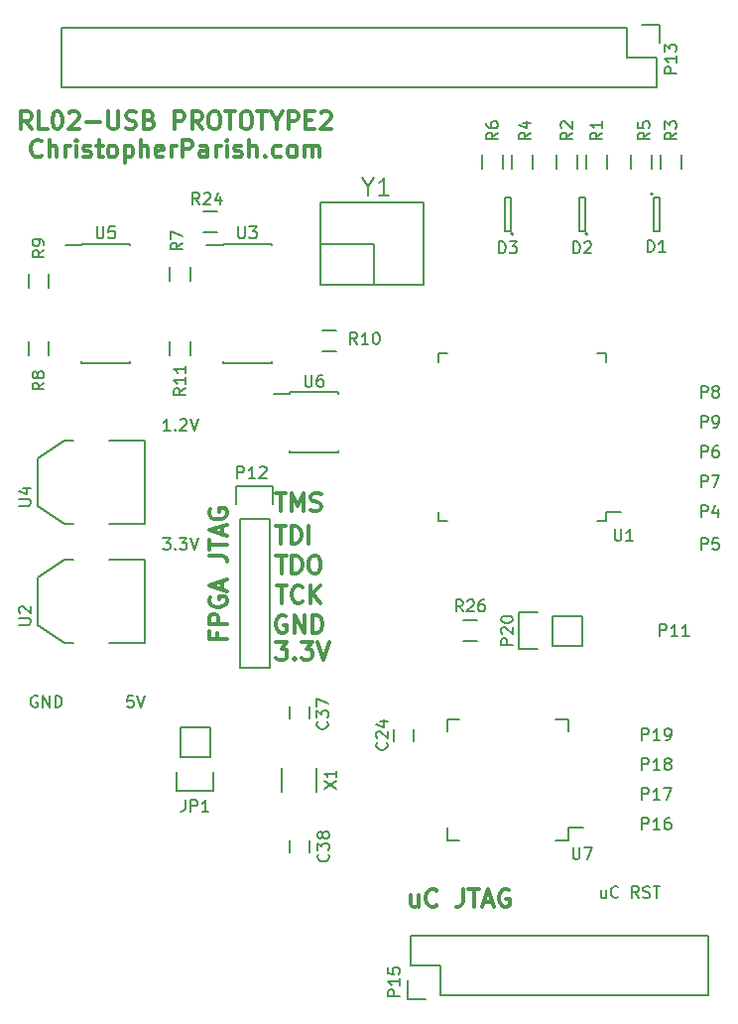
<source format=gto>
G04 #@! TF.FileFunction,Legend,Top*
%FSLAX46Y46*%
G04 Gerber Fmt 4.6, Leading zero omitted, Abs format (unit mm)*
G04 Created by KiCad (PCBNEW (2015-03-27 BZR 5543)-product) date Tue 31 Mar 2015 12:00:07 AM EDT*
%MOMM*%
G01*
G04 APERTURE LIST*
%ADD10C,0.100000*%
%ADD11C,0.300000*%
%ADD12C,0.150000*%
G04 APERTURE END LIST*
D10*
D11*
X2537572Y-10527571D02*
X2037572Y-9813286D01*
X1680429Y-10527571D02*
X1680429Y-9027571D01*
X2251857Y-9027571D01*
X2394715Y-9099000D01*
X2466143Y-9170429D01*
X2537572Y-9313286D01*
X2537572Y-9527571D01*
X2466143Y-9670429D01*
X2394715Y-9741857D01*
X2251857Y-9813286D01*
X1680429Y-9813286D01*
X3894715Y-10527571D02*
X3180429Y-10527571D01*
X3180429Y-9027571D01*
X4680429Y-9027571D02*
X4823286Y-9027571D01*
X4966143Y-9099000D01*
X5037572Y-9170429D01*
X5109001Y-9313286D01*
X5180429Y-9599000D01*
X5180429Y-9956143D01*
X5109001Y-10241857D01*
X5037572Y-10384714D01*
X4966143Y-10456143D01*
X4823286Y-10527571D01*
X4680429Y-10527571D01*
X4537572Y-10456143D01*
X4466143Y-10384714D01*
X4394715Y-10241857D01*
X4323286Y-9956143D01*
X4323286Y-9599000D01*
X4394715Y-9313286D01*
X4466143Y-9170429D01*
X4537572Y-9099000D01*
X4680429Y-9027571D01*
X5751857Y-9170429D02*
X5823286Y-9099000D01*
X5966143Y-9027571D01*
X6323286Y-9027571D01*
X6466143Y-9099000D01*
X6537572Y-9170429D01*
X6609000Y-9313286D01*
X6609000Y-9456143D01*
X6537572Y-9670429D01*
X5680429Y-10527571D01*
X6609000Y-10527571D01*
X7251857Y-9956143D02*
X8394714Y-9956143D01*
X9109000Y-9027571D02*
X9109000Y-10241857D01*
X9180428Y-10384714D01*
X9251857Y-10456143D01*
X9394714Y-10527571D01*
X9680428Y-10527571D01*
X9823286Y-10456143D01*
X9894714Y-10384714D01*
X9966143Y-10241857D01*
X9966143Y-9027571D01*
X10609000Y-10456143D02*
X10823286Y-10527571D01*
X11180429Y-10527571D01*
X11323286Y-10456143D01*
X11394715Y-10384714D01*
X11466143Y-10241857D01*
X11466143Y-10099000D01*
X11394715Y-9956143D01*
X11323286Y-9884714D01*
X11180429Y-9813286D01*
X10894715Y-9741857D01*
X10751857Y-9670429D01*
X10680429Y-9599000D01*
X10609000Y-9456143D01*
X10609000Y-9313286D01*
X10680429Y-9170429D01*
X10751857Y-9099000D01*
X10894715Y-9027571D01*
X11251857Y-9027571D01*
X11466143Y-9099000D01*
X12609000Y-9741857D02*
X12823286Y-9813286D01*
X12894714Y-9884714D01*
X12966143Y-10027571D01*
X12966143Y-10241857D01*
X12894714Y-10384714D01*
X12823286Y-10456143D01*
X12680428Y-10527571D01*
X12109000Y-10527571D01*
X12109000Y-9027571D01*
X12609000Y-9027571D01*
X12751857Y-9099000D01*
X12823286Y-9170429D01*
X12894714Y-9313286D01*
X12894714Y-9456143D01*
X12823286Y-9599000D01*
X12751857Y-9670429D01*
X12609000Y-9741857D01*
X12109000Y-9741857D01*
X14751857Y-10527571D02*
X14751857Y-9027571D01*
X15323285Y-9027571D01*
X15466143Y-9099000D01*
X15537571Y-9170429D01*
X15609000Y-9313286D01*
X15609000Y-9527571D01*
X15537571Y-9670429D01*
X15466143Y-9741857D01*
X15323285Y-9813286D01*
X14751857Y-9813286D01*
X17109000Y-10527571D02*
X16609000Y-9813286D01*
X16251857Y-10527571D02*
X16251857Y-9027571D01*
X16823285Y-9027571D01*
X16966143Y-9099000D01*
X17037571Y-9170429D01*
X17109000Y-9313286D01*
X17109000Y-9527571D01*
X17037571Y-9670429D01*
X16966143Y-9741857D01*
X16823285Y-9813286D01*
X16251857Y-9813286D01*
X18037571Y-9027571D02*
X18323285Y-9027571D01*
X18466143Y-9099000D01*
X18609000Y-9241857D01*
X18680428Y-9527571D01*
X18680428Y-10027571D01*
X18609000Y-10313286D01*
X18466143Y-10456143D01*
X18323285Y-10527571D01*
X18037571Y-10527571D01*
X17894714Y-10456143D01*
X17751857Y-10313286D01*
X17680428Y-10027571D01*
X17680428Y-9527571D01*
X17751857Y-9241857D01*
X17894714Y-9099000D01*
X18037571Y-9027571D01*
X19109000Y-9027571D02*
X19966143Y-9027571D01*
X19537572Y-10527571D02*
X19537572Y-9027571D01*
X20751857Y-9027571D02*
X21037571Y-9027571D01*
X21180429Y-9099000D01*
X21323286Y-9241857D01*
X21394714Y-9527571D01*
X21394714Y-10027571D01*
X21323286Y-10313286D01*
X21180429Y-10456143D01*
X21037571Y-10527571D01*
X20751857Y-10527571D01*
X20609000Y-10456143D01*
X20466143Y-10313286D01*
X20394714Y-10027571D01*
X20394714Y-9527571D01*
X20466143Y-9241857D01*
X20609000Y-9099000D01*
X20751857Y-9027571D01*
X21823286Y-9027571D02*
X22680429Y-9027571D01*
X22251858Y-10527571D02*
X22251858Y-9027571D01*
X23466143Y-9813286D02*
X23466143Y-10527571D01*
X22966143Y-9027571D02*
X23466143Y-9813286D01*
X23966143Y-9027571D01*
X24466143Y-10527571D02*
X24466143Y-9027571D01*
X25037571Y-9027571D01*
X25180429Y-9099000D01*
X25251857Y-9170429D01*
X25323286Y-9313286D01*
X25323286Y-9527571D01*
X25251857Y-9670429D01*
X25180429Y-9741857D01*
X25037571Y-9813286D01*
X24466143Y-9813286D01*
X25966143Y-9741857D02*
X26466143Y-9741857D01*
X26680429Y-10527571D02*
X25966143Y-10527571D01*
X25966143Y-9027571D01*
X26680429Y-9027571D01*
X27251857Y-9170429D02*
X27323286Y-9099000D01*
X27466143Y-9027571D01*
X27823286Y-9027571D01*
X27966143Y-9099000D01*
X28037572Y-9170429D01*
X28109000Y-9313286D01*
X28109000Y-9456143D01*
X28037572Y-9670429D01*
X27180429Y-10527571D01*
X28109000Y-10527571D01*
X3430429Y-12784714D02*
X3359000Y-12856143D01*
X3144714Y-12927571D01*
X3001857Y-12927571D01*
X2787572Y-12856143D01*
X2644714Y-12713286D01*
X2573286Y-12570429D01*
X2501857Y-12284714D01*
X2501857Y-12070429D01*
X2573286Y-11784714D01*
X2644714Y-11641857D01*
X2787572Y-11499000D01*
X3001857Y-11427571D01*
X3144714Y-11427571D01*
X3359000Y-11499000D01*
X3430429Y-11570429D01*
X4073286Y-12927571D02*
X4073286Y-11427571D01*
X4716143Y-12927571D02*
X4716143Y-12141857D01*
X4644714Y-11999000D01*
X4501857Y-11927571D01*
X4287572Y-11927571D01*
X4144714Y-11999000D01*
X4073286Y-12070429D01*
X5430429Y-12927571D02*
X5430429Y-11927571D01*
X5430429Y-12213286D02*
X5501857Y-12070429D01*
X5573286Y-11999000D01*
X5716143Y-11927571D01*
X5859000Y-11927571D01*
X6359000Y-12927571D02*
X6359000Y-11927571D01*
X6359000Y-11427571D02*
X6287571Y-11499000D01*
X6359000Y-11570429D01*
X6430428Y-11499000D01*
X6359000Y-11427571D01*
X6359000Y-11570429D01*
X7001857Y-12856143D02*
X7144714Y-12927571D01*
X7430429Y-12927571D01*
X7573286Y-12856143D01*
X7644714Y-12713286D01*
X7644714Y-12641857D01*
X7573286Y-12499000D01*
X7430429Y-12427571D01*
X7216143Y-12427571D01*
X7073286Y-12356143D01*
X7001857Y-12213286D01*
X7001857Y-12141857D01*
X7073286Y-11999000D01*
X7216143Y-11927571D01*
X7430429Y-11927571D01*
X7573286Y-11999000D01*
X8073286Y-11927571D02*
X8644715Y-11927571D01*
X8287572Y-11427571D02*
X8287572Y-12713286D01*
X8359000Y-12856143D01*
X8501858Y-12927571D01*
X8644715Y-12927571D01*
X9359001Y-12927571D02*
X9216143Y-12856143D01*
X9144715Y-12784714D01*
X9073286Y-12641857D01*
X9073286Y-12213286D01*
X9144715Y-12070429D01*
X9216143Y-11999000D01*
X9359001Y-11927571D01*
X9573286Y-11927571D01*
X9716143Y-11999000D01*
X9787572Y-12070429D01*
X9859001Y-12213286D01*
X9859001Y-12641857D01*
X9787572Y-12784714D01*
X9716143Y-12856143D01*
X9573286Y-12927571D01*
X9359001Y-12927571D01*
X10501858Y-11927571D02*
X10501858Y-13427571D01*
X10501858Y-11999000D02*
X10644715Y-11927571D01*
X10930429Y-11927571D01*
X11073286Y-11999000D01*
X11144715Y-12070429D01*
X11216144Y-12213286D01*
X11216144Y-12641857D01*
X11144715Y-12784714D01*
X11073286Y-12856143D01*
X10930429Y-12927571D01*
X10644715Y-12927571D01*
X10501858Y-12856143D01*
X11859001Y-12927571D02*
X11859001Y-11427571D01*
X12501858Y-12927571D02*
X12501858Y-12141857D01*
X12430429Y-11999000D01*
X12287572Y-11927571D01*
X12073287Y-11927571D01*
X11930429Y-11999000D01*
X11859001Y-12070429D01*
X13787572Y-12856143D02*
X13644715Y-12927571D01*
X13359001Y-12927571D01*
X13216144Y-12856143D01*
X13144715Y-12713286D01*
X13144715Y-12141857D01*
X13216144Y-11999000D01*
X13359001Y-11927571D01*
X13644715Y-11927571D01*
X13787572Y-11999000D01*
X13859001Y-12141857D01*
X13859001Y-12284714D01*
X13144715Y-12427571D01*
X14501858Y-12927571D02*
X14501858Y-11927571D01*
X14501858Y-12213286D02*
X14573286Y-12070429D01*
X14644715Y-11999000D01*
X14787572Y-11927571D01*
X14930429Y-11927571D01*
X15430429Y-12927571D02*
X15430429Y-11427571D01*
X16001857Y-11427571D01*
X16144715Y-11499000D01*
X16216143Y-11570429D01*
X16287572Y-11713286D01*
X16287572Y-11927571D01*
X16216143Y-12070429D01*
X16144715Y-12141857D01*
X16001857Y-12213286D01*
X15430429Y-12213286D01*
X17573286Y-12927571D02*
X17573286Y-12141857D01*
X17501857Y-11999000D01*
X17359000Y-11927571D01*
X17073286Y-11927571D01*
X16930429Y-11999000D01*
X17573286Y-12856143D02*
X17430429Y-12927571D01*
X17073286Y-12927571D01*
X16930429Y-12856143D01*
X16859000Y-12713286D01*
X16859000Y-12570429D01*
X16930429Y-12427571D01*
X17073286Y-12356143D01*
X17430429Y-12356143D01*
X17573286Y-12284714D01*
X18287572Y-12927571D02*
X18287572Y-11927571D01*
X18287572Y-12213286D02*
X18359000Y-12070429D01*
X18430429Y-11999000D01*
X18573286Y-11927571D01*
X18716143Y-11927571D01*
X19216143Y-12927571D02*
X19216143Y-11927571D01*
X19216143Y-11427571D02*
X19144714Y-11499000D01*
X19216143Y-11570429D01*
X19287571Y-11499000D01*
X19216143Y-11427571D01*
X19216143Y-11570429D01*
X19859000Y-12856143D02*
X20001857Y-12927571D01*
X20287572Y-12927571D01*
X20430429Y-12856143D01*
X20501857Y-12713286D01*
X20501857Y-12641857D01*
X20430429Y-12499000D01*
X20287572Y-12427571D01*
X20073286Y-12427571D01*
X19930429Y-12356143D01*
X19859000Y-12213286D01*
X19859000Y-12141857D01*
X19930429Y-11999000D01*
X20073286Y-11927571D01*
X20287572Y-11927571D01*
X20430429Y-11999000D01*
X21144715Y-12927571D02*
X21144715Y-11427571D01*
X21787572Y-12927571D02*
X21787572Y-12141857D01*
X21716143Y-11999000D01*
X21573286Y-11927571D01*
X21359001Y-11927571D01*
X21216143Y-11999000D01*
X21144715Y-12070429D01*
X22501858Y-12784714D02*
X22573286Y-12856143D01*
X22501858Y-12927571D01*
X22430429Y-12856143D01*
X22501858Y-12784714D01*
X22501858Y-12927571D01*
X23859001Y-12856143D02*
X23716144Y-12927571D01*
X23430430Y-12927571D01*
X23287572Y-12856143D01*
X23216144Y-12784714D01*
X23144715Y-12641857D01*
X23144715Y-12213286D01*
X23216144Y-12070429D01*
X23287572Y-11999000D01*
X23430430Y-11927571D01*
X23716144Y-11927571D01*
X23859001Y-11999000D01*
X24716144Y-12927571D02*
X24573286Y-12856143D01*
X24501858Y-12784714D01*
X24430429Y-12641857D01*
X24430429Y-12213286D01*
X24501858Y-12070429D01*
X24573286Y-11999000D01*
X24716144Y-11927571D01*
X24930429Y-11927571D01*
X25073286Y-11999000D01*
X25144715Y-12070429D01*
X25216144Y-12213286D01*
X25216144Y-12641857D01*
X25144715Y-12784714D01*
X25073286Y-12856143D01*
X24930429Y-12927571D01*
X24716144Y-12927571D01*
X25859001Y-12927571D02*
X25859001Y-11927571D01*
X25859001Y-12070429D02*
X25930429Y-11999000D01*
X26073287Y-11927571D01*
X26287572Y-11927571D01*
X26430429Y-11999000D01*
X26501858Y-12141857D01*
X26501858Y-12927571D01*
X26501858Y-12141857D02*
X26573287Y-11999000D01*
X26716144Y-11927571D01*
X26930429Y-11927571D01*
X27073287Y-11999000D01*
X27144715Y-12141857D01*
X27144715Y-12927571D01*
X18434857Y-53549713D02*
X18434857Y-54049713D01*
X19220571Y-54049713D02*
X17720571Y-54049713D01*
X17720571Y-53335427D01*
X19220571Y-52763999D02*
X17720571Y-52763999D01*
X17720571Y-52192571D01*
X17792000Y-52049713D01*
X17863429Y-51978285D01*
X18006286Y-51906856D01*
X18220571Y-51906856D01*
X18363429Y-51978285D01*
X18434857Y-52049713D01*
X18506286Y-52192571D01*
X18506286Y-52763999D01*
X17792000Y-50478285D02*
X17720571Y-50621142D01*
X17720571Y-50835428D01*
X17792000Y-51049713D01*
X17934857Y-51192571D01*
X18077714Y-51263999D01*
X18363429Y-51335428D01*
X18577714Y-51335428D01*
X18863429Y-51263999D01*
X19006286Y-51192571D01*
X19149143Y-51049713D01*
X19220571Y-50835428D01*
X19220571Y-50692571D01*
X19149143Y-50478285D01*
X19077714Y-50406856D01*
X18577714Y-50406856D01*
X18577714Y-50692571D01*
X18792000Y-49835428D02*
X18792000Y-49121142D01*
X19220571Y-49978285D02*
X17720571Y-49478285D01*
X19220571Y-48978285D01*
X17720571Y-46906857D02*
X18792000Y-46906857D01*
X19006286Y-46978285D01*
X19149143Y-47121142D01*
X19220571Y-47335428D01*
X19220571Y-47478285D01*
X17720571Y-46406857D02*
X17720571Y-45549714D01*
X19220571Y-45978285D02*
X17720571Y-45978285D01*
X18792000Y-45121143D02*
X18792000Y-44406857D01*
X19220571Y-45264000D02*
X17720571Y-44764000D01*
X19220571Y-44264000D01*
X17792000Y-42978286D02*
X17720571Y-43121143D01*
X17720571Y-43335429D01*
X17792000Y-43549714D01*
X17934857Y-43692572D01*
X18077714Y-43764000D01*
X18363429Y-43835429D01*
X18577714Y-43835429D01*
X18863429Y-43764000D01*
X19006286Y-43692572D01*
X19149143Y-43549714D01*
X19220571Y-43335429D01*
X19220571Y-43192572D01*
X19149143Y-42978286D01*
X19077714Y-42906857D01*
X18577714Y-42906857D01*
X18577714Y-43192572D01*
X35580286Y-75878571D02*
X35580286Y-76878571D01*
X34937429Y-75878571D02*
X34937429Y-76664286D01*
X35008857Y-76807143D01*
X35151715Y-76878571D01*
X35366000Y-76878571D01*
X35508857Y-76807143D01*
X35580286Y-76735714D01*
X37151715Y-76735714D02*
X37080286Y-76807143D01*
X36866000Y-76878571D01*
X36723143Y-76878571D01*
X36508858Y-76807143D01*
X36366000Y-76664286D01*
X36294572Y-76521429D01*
X36223143Y-76235714D01*
X36223143Y-76021429D01*
X36294572Y-75735714D01*
X36366000Y-75592857D01*
X36508858Y-75450000D01*
X36723143Y-75378571D01*
X36866000Y-75378571D01*
X37080286Y-75450000D01*
X37151715Y-75521429D01*
X39366000Y-75378571D02*
X39366000Y-76450000D01*
X39294572Y-76664286D01*
X39151715Y-76807143D01*
X38937429Y-76878571D01*
X38794572Y-76878571D01*
X39866000Y-75378571D02*
X40723143Y-75378571D01*
X40294572Y-76878571D02*
X40294572Y-75378571D01*
X41151714Y-76450000D02*
X41866000Y-76450000D01*
X41008857Y-76878571D02*
X41508857Y-75378571D01*
X42008857Y-76878571D01*
X43294571Y-75450000D02*
X43151714Y-75378571D01*
X42937428Y-75378571D01*
X42723143Y-75450000D01*
X42580285Y-75592857D01*
X42508857Y-75735714D01*
X42437428Y-76021429D01*
X42437428Y-76235714D01*
X42508857Y-76521429D01*
X42580285Y-76664286D01*
X42723143Y-76807143D01*
X42937428Y-76878571D01*
X43080285Y-76878571D01*
X43294571Y-76807143D01*
X43366000Y-76735714D01*
X43366000Y-76235714D01*
X43080285Y-76235714D01*
X23439715Y-54296571D02*
X24368286Y-54296571D01*
X23868286Y-54868000D01*
X24082572Y-54868000D01*
X24225429Y-54939429D01*
X24296858Y-55010857D01*
X24368286Y-55153714D01*
X24368286Y-55510857D01*
X24296858Y-55653714D01*
X24225429Y-55725143D01*
X24082572Y-55796571D01*
X23654000Y-55796571D01*
X23511143Y-55725143D01*
X23439715Y-55653714D01*
X25011143Y-55653714D02*
X25082571Y-55725143D01*
X25011143Y-55796571D01*
X24939714Y-55725143D01*
X25011143Y-55653714D01*
X25011143Y-55796571D01*
X25582572Y-54296571D02*
X26511143Y-54296571D01*
X26011143Y-54868000D01*
X26225429Y-54868000D01*
X26368286Y-54939429D01*
X26439715Y-55010857D01*
X26511143Y-55153714D01*
X26511143Y-55510857D01*
X26439715Y-55653714D01*
X26368286Y-55725143D01*
X26225429Y-55796571D01*
X25796857Y-55796571D01*
X25654000Y-55725143D01*
X25582572Y-55653714D01*
X26939714Y-54296571D02*
X27439714Y-55796571D01*
X27939714Y-54296571D01*
X24257143Y-52082000D02*
X24114286Y-52010571D01*
X23900000Y-52010571D01*
X23685715Y-52082000D01*
X23542857Y-52224857D01*
X23471429Y-52367714D01*
X23400000Y-52653429D01*
X23400000Y-52867714D01*
X23471429Y-53153429D01*
X23542857Y-53296286D01*
X23685715Y-53439143D01*
X23900000Y-53510571D01*
X24042857Y-53510571D01*
X24257143Y-53439143D01*
X24328572Y-53367714D01*
X24328572Y-52867714D01*
X24042857Y-52867714D01*
X24971429Y-53510571D02*
X24971429Y-52010571D01*
X25828572Y-53510571D01*
X25828572Y-52010571D01*
X26542858Y-53510571D02*
X26542858Y-52010571D01*
X26900001Y-52010571D01*
X27114286Y-52082000D01*
X27257144Y-52224857D01*
X27328572Y-52367714D01*
X27400001Y-52653429D01*
X27400001Y-52867714D01*
X27328572Y-53153429D01*
X27257144Y-53296286D01*
X27114286Y-53439143D01*
X26900001Y-53510571D01*
X26542858Y-53510571D01*
X23471429Y-49470571D02*
X24328572Y-49470571D01*
X23900001Y-50970571D02*
X23900001Y-49470571D01*
X25685715Y-50827714D02*
X25614286Y-50899143D01*
X25400000Y-50970571D01*
X25257143Y-50970571D01*
X25042858Y-50899143D01*
X24900000Y-50756286D01*
X24828572Y-50613429D01*
X24757143Y-50327714D01*
X24757143Y-50113429D01*
X24828572Y-49827714D01*
X24900000Y-49684857D01*
X25042858Y-49542000D01*
X25257143Y-49470571D01*
X25400000Y-49470571D01*
X25614286Y-49542000D01*
X25685715Y-49613429D01*
X26328572Y-50970571D02*
X26328572Y-49470571D01*
X27185715Y-50970571D02*
X26542858Y-50113429D01*
X27185715Y-49470571D02*
X26328572Y-50327714D01*
X23435714Y-46930571D02*
X24292857Y-46930571D01*
X23864286Y-48430571D02*
X23864286Y-46930571D01*
X24792857Y-48430571D02*
X24792857Y-46930571D01*
X25150000Y-46930571D01*
X25364285Y-47002000D01*
X25507143Y-47144857D01*
X25578571Y-47287714D01*
X25650000Y-47573429D01*
X25650000Y-47787714D01*
X25578571Y-48073429D01*
X25507143Y-48216286D01*
X25364285Y-48359143D01*
X25150000Y-48430571D01*
X24792857Y-48430571D01*
X26578571Y-46930571D02*
X26864285Y-46930571D01*
X27007143Y-47002000D01*
X27150000Y-47144857D01*
X27221428Y-47430571D01*
X27221428Y-47930571D01*
X27150000Y-48216286D01*
X27007143Y-48359143D01*
X26864285Y-48430571D01*
X26578571Y-48430571D01*
X26435714Y-48359143D01*
X26292857Y-48216286D01*
X26221428Y-47930571D01*
X26221428Y-47430571D01*
X26292857Y-47144857D01*
X26435714Y-47002000D01*
X26578571Y-46930571D01*
X23356286Y-44390571D02*
X24213429Y-44390571D01*
X23784858Y-45890571D02*
X23784858Y-44390571D01*
X24713429Y-45890571D02*
X24713429Y-44390571D01*
X25070572Y-44390571D01*
X25284857Y-44462000D01*
X25427715Y-44604857D01*
X25499143Y-44747714D01*
X25570572Y-45033429D01*
X25570572Y-45247714D01*
X25499143Y-45533429D01*
X25427715Y-45676286D01*
X25284857Y-45819143D01*
X25070572Y-45890571D01*
X24713429Y-45890571D01*
X26213429Y-45890571D02*
X26213429Y-44390571D01*
X23400000Y-41596571D02*
X24257143Y-41596571D01*
X23828572Y-43096571D02*
X23828572Y-41596571D01*
X24757143Y-43096571D02*
X24757143Y-41596571D01*
X25257143Y-42668000D01*
X25757143Y-41596571D01*
X25757143Y-43096571D01*
X26400000Y-43025143D02*
X26614286Y-43096571D01*
X26971429Y-43096571D01*
X27114286Y-43025143D01*
X27185715Y-42953714D01*
X27257143Y-42810857D01*
X27257143Y-42668000D01*
X27185715Y-42525143D01*
X27114286Y-42453714D01*
X26971429Y-42382286D01*
X26685715Y-42310857D01*
X26542857Y-42239429D01*
X26471429Y-42168000D01*
X26400000Y-42025143D01*
X26400000Y-41882286D01*
X26471429Y-41739429D01*
X26542857Y-41668000D01*
X26685715Y-41596571D01*
X27042857Y-41596571D01*
X27257143Y-41668000D01*
D12*
X33440000Y-61730000D02*
X33440000Y-62730000D01*
X35140000Y-62730000D02*
X35140000Y-61730000D01*
X24550000Y-59825000D02*
X24550000Y-60825000D01*
X26250000Y-60825000D02*
X26250000Y-59825000D01*
X26250000Y-72255000D02*
X26250000Y-71255000D01*
X24550000Y-71255000D02*
X24550000Y-72255000D01*
X55580000Y-16080000D02*
G75*
G03X55580000Y-16080000I-100000J0D01*
G01*
X56130000Y-16330000D02*
X55630000Y-16330000D01*
X56130000Y-19230000D02*
X56130000Y-16330000D01*
X55630000Y-19230000D02*
X56130000Y-19230000D01*
X55630000Y-16330000D02*
X55630000Y-19230000D01*
X50030000Y-19480000D02*
G75*
G03X50030000Y-19480000I-100000J0D01*
G01*
X49280000Y-19230000D02*
X49780000Y-19230000D01*
X49280000Y-16330000D02*
X49280000Y-19230000D01*
X49780000Y-16330000D02*
X49280000Y-16330000D01*
X49780000Y-19230000D02*
X49780000Y-16330000D01*
X43680000Y-19480000D02*
G75*
G03X43680000Y-19480000I-100000J0D01*
G01*
X42930000Y-19230000D02*
X43430000Y-19230000D01*
X42930000Y-16330000D02*
X42930000Y-19230000D01*
X43430000Y-16330000D02*
X42930000Y-16330000D01*
X43430000Y-19230000D02*
X43430000Y-16330000D01*
X15240000Y-64135000D02*
X15240000Y-61595000D01*
X14960000Y-66955000D02*
X14960000Y-65405000D01*
X15240000Y-64135000D02*
X17780000Y-64135000D01*
X18060000Y-65405000D02*
X18060000Y-66955000D01*
X18060000Y-66955000D02*
X14960000Y-66955000D01*
X17780000Y-64135000D02*
X17780000Y-61595000D01*
X17780000Y-61595000D02*
X15240000Y-61595000D01*
X22860000Y-43815000D02*
X22860000Y-56515000D01*
X22860000Y-56515000D02*
X20320000Y-56515000D01*
X20320000Y-56515000D02*
X20320000Y-43815000D01*
X23140000Y-40995000D02*
X23140000Y-42545000D01*
X22860000Y-43815000D02*
X20320000Y-43815000D01*
X20040000Y-42545000D02*
X20040000Y-40995000D01*
X20040000Y-40995000D02*
X23140000Y-40995000D01*
X5080000Y-6985000D02*
X55880000Y-6985000D01*
X53340000Y-1905000D02*
X5080000Y-1905000D01*
X5080000Y-6985000D02*
X5080000Y-1905000D01*
X55880000Y-6985000D02*
X55880000Y-4445000D01*
X56160000Y-3175000D02*
X56160000Y-1625000D01*
X55880000Y-4445000D02*
X53340000Y-4445000D01*
X53340000Y-4445000D02*
X53340000Y-1905000D01*
X56160000Y-1625000D02*
X54610000Y-1625000D01*
X60325000Y-79375000D02*
X34925000Y-79375000D01*
X37465000Y-84455000D02*
X60325000Y-84455000D01*
X60325000Y-79375000D02*
X60325000Y-84455000D01*
X34925000Y-79375000D02*
X34925000Y-81915000D01*
X34645000Y-83185000D02*
X34645000Y-84735000D01*
X34925000Y-81915000D02*
X37465000Y-81915000D01*
X37465000Y-81915000D02*
X37465000Y-84455000D01*
X34645000Y-84735000D02*
X36195000Y-84735000D01*
X46990000Y-52070000D02*
X49530000Y-52070000D01*
X44170000Y-51790000D02*
X45720000Y-51790000D01*
X46990000Y-52070000D02*
X46990000Y-54610000D01*
X45720000Y-54890000D02*
X44170000Y-54890000D01*
X44170000Y-54890000D02*
X44170000Y-51790000D01*
X46990000Y-54610000D02*
X49530000Y-54610000D01*
X49530000Y-54610000D02*
X49530000Y-52070000D01*
X49925000Y-13935000D02*
X49925000Y-12735000D01*
X51675000Y-12735000D02*
X51675000Y-13935000D01*
X47385000Y-13935000D02*
X47385000Y-12735000D01*
X49135000Y-12735000D02*
X49135000Y-13935000D01*
X56275000Y-13935000D02*
X56275000Y-12735000D01*
X58025000Y-12735000D02*
X58025000Y-13935000D01*
X43575000Y-13935000D02*
X43575000Y-12735000D01*
X45325000Y-12735000D02*
X45325000Y-13935000D01*
X53735000Y-13935000D02*
X53735000Y-12735000D01*
X55485000Y-12735000D02*
X55485000Y-13935000D01*
X41035000Y-13935000D02*
X41035000Y-12735000D01*
X42785000Y-12735000D02*
X42785000Y-13935000D01*
X14365000Y-23460000D02*
X14365000Y-22260000D01*
X16115000Y-22260000D02*
X16115000Y-23460000D01*
X4050000Y-28610000D02*
X4050000Y-29810000D01*
X2300000Y-29810000D02*
X2300000Y-28610000D01*
X4050000Y-22895000D02*
X4050000Y-24095000D01*
X2300000Y-24095000D02*
X2300000Y-22895000D01*
X27340000Y-27700000D02*
X28540000Y-27700000D01*
X28540000Y-29450000D02*
X27340000Y-29450000D01*
X14365000Y-29810000D02*
X14365000Y-28610000D01*
X16115000Y-28610000D02*
X16115000Y-29810000D01*
X17180000Y-17540000D02*
X18380000Y-17540000D01*
X18380000Y-19290000D02*
X17180000Y-19290000D01*
X40605000Y-54215000D02*
X39405000Y-54215000D01*
X39405000Y-52465000D02*
X40605000Y-52465000D01*
X51625000Y-44005000D02*
X51625000Y-43205000D01*
X37275000Y-44005000D02*
X37275000Y-43205000D01*
X37275000Y-29655000D02*
X37275000Y-30455000D01*
X51625000Y-29655000D02*
X51625000Y-30455000D01*
X51625000Y-44005000D02*
X50825000Y-44005000D01*
X51625000Y-29655000D02*
X50825000Y-29655000D01*
X37275000Y-29655000D02*
X38075000Y-29655000D01*
X37275000Y-44005000D02*
X38075000Y-44005000D01*
X51625000Y-43205000D02*
X52900000Y-43205000D01*
X9144000Y-54356000D02*
X12192000Y-54356000D01*
X12192000Y-54356000D02*
X12192000Y-47244000D01*
X12192000Y-47244000D02*
X9144000Y-47244000D01*
X6096000Y-54356000D02*
X5334000Y-54356000D01*
X5334000Y-54356000D02*
X3048000Y-52832000D01*
X3048000Y-52832000D02*
X3048000Y-48768000D01*
X3048000Y-48768000D02*
X5334000Y-47244000D01*
X5334000Y-47244000D02*
X6096000Y-47244000D01*
X18880000Y-20325000D02*
X18880000Y-20430000D01*
X23030000Y-20325000D02*
X23030000Y-20430000D01*
X23030000Y-30475000D02*
X23030000Y-30370000D01*
X18880000Y-30475000D02*
X18880000Y-30370000D01*
X18880000Y-20325000D02*
X23030000Y-20325000D01*
X18880000Y-30475000D02*
X23030000Y-30475000D01*
X18880000Y-20430000D02*
X17505000Y-20430000D01*
X9144000Y-44196000D02*
X12192000Y-44196000D01*
X12192000Y-44196000D02*
X12192000Y-37084000D01*
X12192000Y-37084000D02*
X9144000Y-37084000D01*
X6096000Y-44196000D02*
X5334000Y-44196000D01*
X5334000Y-44196000D02*
X3048000Y-42672000D01*
X3048000Y-42672000D02*
X3048000Y-38608000D01*
X3048000Y-38608000D02*
X5334000Y-37084000D01*
X5334000Y-37084000D02*
X6096000Y-37084000D01*
X6815000Y-20325000D02*
X6815000Y-20430000D01*
X10965000Y-20325000D02*
X10965000Y-20430000D01*
X10965000Y-30475000D02*
X10965000Y-30370000D01*
X6815000Y-30475000D02*
X6815000Y-30370000D01*
X6815000Y-20325000D02*
X10965000Y-20325000D01*
X6815000Y-30475000D02*
X10965000Y-30475000D01*
X6815000Y-20430000D02*
X5440000Y-20430000D01*
X24595000Y-32985000D02*
X24595000Y-33130000D01*
X28745000Y-32985000D02*
X28745000Y-33130000D01*
X28745000Y-38135000D02*
X28745000Y-37990000D01*
X24595000Y-38135000D02*
X24595000Y-37990000D01*
X24595000Y-32985000D02*
X28745000Y-32985000D01*
X24595000Y-38135000D02*
X28745000Y-38135000D01*
X24595000Y-33130000D02*
X23195000Y-33130000D01*
X48355000Y-71215000D02*
X48355000Y-70165000D01*
X38005000Y-71215000D02*
X38005000Y-70165000D01*
X38005000Y-60865000D02*
X38005000Y-61915000D01*
X48355000Y-60865000D02*
X48355000Y-61915000D01*
X48355000Y-71215000D02*
X47305000Y-71215000D01*
X48355000Y-60865000D02*
X47305000Y-60865000D01*
X38005000Y-60865000D02*
X39055000Y-60865000D01*
X38005000Y-71215000D02*
X39055000Y-71215000D01*
X48355000Y-70165000D02*
X49630000Y-70165000D01*
X26875000Y-67040000D02*
X26875000Y-65040000D01*
X23925000Y-65040000D02*
X23925000Y-67040000D01*
X31750000Y-23820000D02*
X31750000Y-23570000D01*
X27250000Y-20320000D02*
X31750000Y-20320000D01*
X31750000Y-20320000D02*
X31750000Y-23570000D01*
X27250000Y-23570000D02*
X27250000Y-16820000D01*
X27250000Y-16820000D02*
X36000000Y-16820000D01*
X36000000Y-16820000D02*
X36000000Y-23570000D01*
X36000000Y-23570000D02*
X36000000Y-23820000D01*
X36000000Y-23820000D02*
X27250000Y-23820000D01*
X27250000Y-23820000D02*
X27250000Y-23570000D01*
X32869143Y-62872857D02*
X32916762Y-62920476D01*
X32964381Y-63063333D01*
X32964381Y-63158571D01*
X32916762Y-63301429D01*
X32821524Y-63396667D01*
X32726286Y-63444286D01*
X32535810Y-63491905D01*
X32392952Y-63491905D01*
X32202476Y-63444286D01*
X32107238Y-63396667D01*
X32012000Y-63301429D01*
X31964381Y-63158571D01*
X31964381Y-63063333D01*
X32012000Y-62920476D01*
X32059619Y-62872857D01*
X32059619Y-62491905D02*
X32012000Y-62444286D01*
X31964381Y-62349048D01*
X31964381Y-62110952D01*
X32012000Y-62015714D01*
X32059619Y-61968095D01*
X32154857Y-61920476D01*
X32250095Y-61920476D01*
X32392952Y-61968095D01*
X32964381Y-62539524D01*
X32964381Y-61920476D01*
X32297714Y-61063333D02*
X32964381Y-61063333D01*
X31916762Y-61301429D02*
X32631048Y-61539524D01*
X32631048Y-60920476D01*
X27789143Y-61094857D02*
X27836762Y-61142476D01*
X27884381Y-61285333D01*
X27884381Y-61380571D01*
X27836762Y-61523429D01*
X27741524Y-61618667D01*
X27646286Y-61666286D01*
X27455810Y-61713905D01*
X27312952Y-61713905D01*
X27122476Y-61666286D01*
X27027238Y-61618667D01*
X26932000Y-61523429D01*
X26884381Y-61380571D01*
X26884381Y-61285333D01*
X26932000Y-61142476D01*
X26979619Y-61094857D01*
X26884381Y-60761524D02*
X26884381Y-60142476D01*
X27265333Y-60475810D01*
X27265333Y-60332952D01*
X27312952Y-60237714D01*
X27360571Y-60190095D01*
X27455810Y-60142476D01*
X27693905Y-60142476D01*
X27789143Y-60190095D01*
X27836762Y-60237714D01*
X27884381Y-60332952D01*
X27884381Y-60618667D01*
X27836762Y-60713905D01*
X27789143Y-60761524D01*
X26884381Y-59809143D02*
X26884381Y-59142476D01*
X27884381Y-59571048D01*
X27857143Y-72397857D02*
X27904762Y-72445476D01*
X27952381Y-72588333D01*
X27952381Y-72683571D01*
X27904762Y-72826429D01*
X27809524Y-72921667D01*
X27714286Y-72969286D01*
X27523810Y-73016905D01*
X27380952Y-73016905D01*
X27190476Y-72969286D01*
X27095238Y-72921667D01*
X27000000Y-72826429D01*
X26952381Y-72683571D01*
X26952381Y-72588333D01*
X27000000Y-72445476D01*
X27047619Y-72397857D01*
X26952381Y-72064524D02*
X26952381Y-71445476D01*
X27333333Y-71778810D01*
X27333333Y-71635952D01*
X27380952Y-71540714D01*
X27428571Y-71493095D01*
X27523810Y-71445476D01*
X27761905Y-71445476D01*
X27857143Y-71493095D01*
X27904762Y-71540714D01*
X27952381Y-71635952D01*
X27952381Y-71921667D01*
X27904762Y-72016905D01*
X27857143Y-72064524D01*
X27380952Y-70874048D02*
X27333333Y-70969286D01*
X27285714Y-71016905D01*
X27190476Y-71064524D01*
X27142857Y-71064524D01*
X27047619Y-71016905D01*
X27000000Y-70969286D01*
X26952381Y-70874048D01*
X26952381Y-70683571D01*
X27000000Y-70588333D01*
X27047619Y-70540714D01*
X27142857Y-70493095D01*
X27190476Y-70493095D01*
X27285714Y-70540714D01*
X27333333Y-70588333D01*
X27380952Y-70683571D01*
X27380952Y-70874048D01*
X27428571Y-70969286D01*
X27476190Y-71016905D01*
X27571429Y-71064524D01*
X27761905Y-71064524D01*
X27857143Y-71016905D01*
X27904762Y-70969286D01*
X27952381Y-70874048D01*
X27952381Y-70683571D01*
X27904762Y-70588333D01*
X27857143Y-70540714D01*
X27761905Y-70493095D01*
X27571429Y-70493095D01*
X27476190Y-70540714D01*
X27428571Y-70588333D01*
X27380952Y-70683571D01*
X55141905Y-21026381D02*
X55141905Y-20026381D01*
X55380000Y-20026381D01*
X55522858Y-20074000D01*
X55618096Y-20169238D01*
X55665715Y-20264476D01*
X55713334Y-20454952D01*
X55713334Y-20597810D01*
X55665715Y-20788286D01*
X55618096Y-20883524D01*
X55522858Y-20978762D01*
X55380000Y-21026381D01*
X55141905Y-21026381D01*
X56665715Y-21026381D02*
X56094286Y-21026381D01*
X56380000Y-21026381D02*
X56380000Y-20026381D01*
X56284762Y-20169238D01*
X56189524Y-20264476D01*
X56094286Y-20312095D01*
X48791905Y-21132381D02*
X48791905Y-20132381D01*
X49030000Y-20132381D01*
X49172858Y-20180000D01*
X49268096Y-20275238D01*
X49315715Y-20370476D01*
X49363334Y-20560952D01*
X49363334Y-20703810D01*
X49315715Y-20894286D01*
X49268096Y-20989524D01*
X49172858Y-21084762D01*
X49030000Y-21132381D01*
X48791905Y-21132381D01*
X49744286Y-20227619D02*
X49791905Y-20180000D01*
X49887143Y-20132381D01*
X50125239Y-20132381D01*
X50220477Y-20180000D01*
X50268096Y-20227619D01*
X50315715Y-20322857D01*
X50315715Y-20418095D01*
X50268096Y-20560952D01*
X49696667Y-21132381D01*
X50315715Y-21132381D01*
X42441905Y-21132381D02*
X42441905Y-20132381D01*
X42680000Y-20132381D01*
X42822858Y-20180000D01*
X42918096Y-20275238D01*
X42965715Y-20370476D01*
X43013334Y-20560952D01*
X43013334Y-20703810D01*
X42965715Y-20894286D01*
X42918096Y-20989524D01*
X42822858Y-21084762D01*
X42680000Y-21132381D01*
X42441905Y-21132381D01*
X43346667Y-20132381D02*
X43965715Y-20132381D01*
X43632381Y-20513333D01*
X43775239Y-20513333D01*
X43870477Y-20560952D01*
X43918096Y-20608571D01*
X43965715Y-20703810D01*
X43965715Y-20941905D01*
X43918096Y-21037143D01*
X43870477Y-21084762D01*
X43775239Y-21132381D01*
X43489524Y-21132381D01*
X43394286Y-21084762D01*
X43346667Y-21037143D01*
X15676667Y-67778381D02*
X15676667Y-68492667D01*
X15629047Y-68635524D01*
X15533809Y-68730762D01*
X15390952Y-68778381D01*
X15295714Y-68778381D01*
X16152857Y-68778381D02*
X16152857Y-67778381D01*
X16533810Y-67778381D01*
X16629048Y-67826000D01*
X16676667Y-67873619D01*
X16724286Y-67968857D01*
X16724286Y-68111714D01*
X16676667Y-68206952D01*
X16629048Y-68254571D01*
X16533810Y-68302190D01*
X16152857Y-68302190D01*
X17676667Y-68778381D02*
X17105238Y-68778381D01*
X17390952Y-68778381D02*
X17390952Y-67778381D01*
X17295714Y-67921238D01*
X17200476Y-68016476D01*
X17105238Y-68064095D01*
X11239524Y-58888381D02*
X10763333Y-58888381D01*
X10715714Y-59364571D01*
X10763333Y-59316952D01*
X10858571Y-59269333D01*
X11096667Y-59269333D01*
X11191905Y-59316952D01*
X11239524Y-59364571D01*
X11287143Y-59459810D01*
X11287143Y-59697905D01*
X11239524Y-59793143D01*
X11191905Y-59840762D01*
X11096667Y-59888381D01*
X10858571Y-59888381D01*
X10763333Y-59840762D01*
X10715714Y-59793143D01*
X11572857Y-58888381D02*
X11906190Y-59888381D01*
X12239524Y-58888381D01*
X13763810Y-45426381D02*
X14382858Y-45426381D01*
X14049524Y-45807333D01*
X14192382Y-45807333D01*
X14287620Y-45854952D01*
X14335239Y-45902571D01*
X14382858Y-45997810D01*
X14382858Y-46235905D01*
X14335239Y-46331143D01*
X14287620Y-46378762D01*
X14192382Y-46426381D01*
X13906667Y-46426381D01*
X13811429Y-46378762D01*
X13763810Y-46331143D01*
X14811429Y-46331143D02*
X14859048Y-46378762D01*
X14811429Y-46426381D01*
X14763810Y-46378762D01*
X14811429Y-46331143D01*
X14811429Y-46426381D01*
X15192381Y-45426381D02*
X15811429Y-45426381D01*
X15478095Y-45807333D01*
X15620953Y-45807333D01*
X15716191Y-45854952D01*
X15763810Y-45902571D01*
X15811429Y-45997810D01*
X15811429Y-46235905D01*
X15763810Y-46331143D01*
X15716191Y-46378762D01*
X15620953Y-46426381D01*
X15335238Y-46426381D01*
X15240000Y-46378762D01*
X15192381Y-46331143D01*
X16097143Y-45426381D02*
X16430476Y-46426381D01*
X16763810Y-45426381D01*
X3048096Y-58936000D02*
X2952858Y-58888381D01*
X2810001Y-58888381D01*
X2667143Y-58936000D01*
X2571905Y-59031238D01*
X2524286Y-59126476D01*
X2476667Y-59316952D01*
X2476667Y-59459810D01*
X2524286Y-59650286D01*
X2571905Y-59745524D01*
X2667143Y-59840762D01*
X2810001Y-59888381D01*
X2905239Y-59888381D01*
X3048096Y-59840762D01*
X3095715Y-59793143D01*
X3095715Y-59459810D01*
X2905239Y-59459810D01*
X3524286Y-59888381D02*
X3524286Y-58888381D01*
X4095715Y-59888381D01*
X4095715Y-58888381D01*
X4571905Y-59888381D02*
X4571905Y-58888381D01*
X4810000Y-58888381D01*
X4952858Y-58936000D01*
X5048096Y-59031238D01*
X5095715Y-59126476D01*
X5143334Y-59316952D01*
X5143334Y-59459810D01*
X5095715Y-59650286D01*
X5048096Y-59745524D01*
X4952858Y-59840762D01*
X4810000Y-59888381D01*
X4571905Y-59888381D01*
X59713905Y-43632381D02*
X59713905Y-42632381D01*
X60094858Y-42632381D01*
X60190096Y-42680000D01*
X60237715Y-42727619D01*
X60285334Y-42822857D01*
X60285334Y-42965714D01*
X60237715Y-43060952D01*
X60190096Y-43108571D01*
X60094858Y-43156190D01*
X59713905Y-43156190D01*
X61142477Y-42965714D02*
X61142477Y-43632381D01*
X60904381Y-42584762D02*
X60666286Y-43299048D01*
X61285334Y-43299048D01*
X59713905Y-46426381D02*
X59713905Y-45426381D01*
X60094858Y-45426381D01*
X60190096Y-45474000D01*
X60237715Y-45521619D01*
X60285334Y-45616857D01*
X60285334Y-45759714D01*
X60237715Y-45854952D01*
X60190096Y-45902571D01*
X60094858Y-45950190D01*
X59713905Y-45950190D01*
X61190096Y-45426381D02*
X60713905Y-45426381D01*
X60666286Y-45902571D01*
X60713905Y-45854952D01*
X60809143Y-45807333D01*
X61047239Y-45807333D01*
X61142477Y-45854952D01*
X61190096Y-45902571D01*
X61237715Y-45997810D01*
X61237715Y-46235905D01*
X61190096Y-46331143D01*
X61142477Y-46378762D01*
X61047239Y-46426381D01*
X60809143Y-46426381D01*
X60713905Y-46378762D01*
X60666286Y-46331143D01*
X59713905Y-38552381D02*
X59713905Y-37552381D01*
X60094858Y-37552381D01*
X60190096Y-37600000D01*
X60237715Y-37647619D01*
X60285334Y-37742857D01*
X60285334Y-37885714D01*
X60237715Y-37980952D01*
X60190096Y-38028571D01*
X60094858Y-38076190D01*
X59713905Y-38076190D01*
X61142477Y-37552381D02*
X60952000Y-37552381D01*
X60856762Y-37600000D01*
X60809143Y-37647619D01*
X60713905Y-37790476D01*
X60666286Y-37980952D01*
X60666286Y-38361905D01*
X60713905Y-38457143D01*
X60761524Y-38504762D01*
X60856762Y-38552381D01*
X61047239Y-38552381D01*
X61142477Y-38504762D01*
X61190096Y-38457143D01*
X61237715Y-38361905D01*
X61237715Y-38123810D01*
X61190096Y-38028571D01*
X61142477Y-37980952D01*
X61047239Y-37933333D01*
X60856762Y-37933333D01*
X60761524Y-37980952D01*
X60713905Y-38028571D01*
X60666286Y-38123810D01*
X59713905Y-41092381D02*
X59713905Y-40092381D01*
X60094858Y-40092381D01*
X60190096Y-40140000D01*
X60237715Y-40187619D01*
X60285334Y-40282857D01*
X60285334Y-40425714D01*
X60237715Y-40520952D01*
X60190096Y-40568571D01*
X60094858Y-40616190D01*
X59713905Y-40616190D01*
X60618667Y-40092381D02*
X61285334Y-40092381D01*
X60856762Y-41092381D01*
X59713905Y-33472381D02*
X59713905Y-32472381D01*
X60094858Y-32472381D01*
X60190096Y-32520000D01*
X60237715Y-32567619D01*
X60285334Y-32662857D01*
X60285334Y-32805714D01*
X60237715Y-32900952D01*
X60190096Y-32948571D01*
X60094858Y-32996190D01*
X59713905Y-32996190D01*
X60856762Y-32900952D02*
X60761524Y-32853333D01*
X60713905Y-32805714D01*
X60666286Y-32710476D01*
X60666286Y-32662857D01*
X60713905Y-32567619D01*
X60761524Y-32520000D01*
X60856762Y-32472381D01*
X61047239Y-32472381D01*
X61142477Y-32520000D01*
X61190096Y-32567619D01*
X61237715Y-32662857D01*
X61237715Y-32710476D01*
X61190096Y-32805714D01*
X61142477Y-32853333D01*
X61047239Y-32900952D01*
X60856762Y-32900952D01*
X60761524Y-32948571D01*
X60713905Y-32996190D01*
X60666286Y-33091429D01*
X60666286Y-33281905D01*
X60713905Y-33377143D01*
X60761524Y-33424762D01*
X60856762Y-33472381D01*
X61047239Y-33472381D01*
X61142477Y-33424762D01*
X61190096Y-33377143D01*
X61237715Y-33281905D01*
X61237715Y-33091429D01*
X61190096Y-32996190D01*
X61142477Y-32948571D01*
X61047239Y-32900952D01*
X59713905Y-36012381D02*
X59713905Y-35012381D01*
X60094858Y-35012381D01*
X60190096Y-35060000D01*
X60237715Y-35107619D01*
X60285334Y-35202857D01*
X60285334Y-35345714D01*
X60237715Y-35440952D01*
X60190096Y-35488571D01*
X60094858Y-35536190D01*
X59713905Y-35536190D01*
X60761524Y-36012381D02*
X60952000Y-36012381D01*
X61047239Y-35964762D01*
X61094858Y-35917143D01*
X61190096Y-35774286D01*
X61237715Y-35583810D01*
X61237715Y-35202857D01*
X61190096Y-35107619D01*
X61142477Y-35060000D01*
X61047239Y-35012381D01*
X60856762Y-35012381D01*
X60761524Y-35060000D01*
X60713905Y-35107619D01*
X60666286Y-35202857D01*
X60666286Y-35440952D01*
X60713905Y-35536190D01*
X60761524Y-35583810D01*
X60856762Y-35631429D01*
X61047239Y-35631429D01*
X61142477Y-35583810D01*
X61190096Y-35536190D01*
X61237715Y-35440952D01*
X14382858Y-36266381D02*
X13811429Y-36266381D01*
X14097143Y-36266381D02*
X14097143Y-35266381D01*
X14001905Y-35409238D01*
X13906667Y-35504476D01*
X13811429Y-35552095D01*
X14811429Y-36171143D02*
X14859048Y-36218762D01*
X14811429Y-36266381D01*
X14763810Y-36218762D01*
X14811429Y-36171143D01*
X14811429Y-36266381D01*
X15240000Y-35361619D02*
X15287619Y-35314000D01*
X15382857Y-35266381D01*
X15620953Y-35266381D01*
X15716191Y-35314000D01*
X15763810Y-35361619D01*
X15811429Y-35456857D01*
X15811429Y-35552095D01*
X15763810Y-35694952D01*
X15192381Y-36266381D01*
X15811429Y-36266381D01*
X16097143Y-35266381D02*
X16430476Y-36266381D01*
X16763810Y-35266381D01*
X56189714Y-53792381D02*
X56189714Y-52792381D01*
X56570667Y-52792381D01*
X56665905Y-52840000D01*
X56713524Y-52887619D01*
X56761143Y-52982857D01*
X56761143Y-53125714D01*
X56713524Y-53220952D01*
X56665905Y-53268571D01*
X56570667Y-53316190D01*
X56189714Y-53316190D01*
X57713524Y-53792381D02*
X57142095Y-53792381D01*
X57427809Y-53792381D02*
X57427809Y-52792381D01*
X57332571Y-52935238D01*
X57237333Y-53030476D01*
X57142095Y-53078095D01*
X58665905Y-53792381D02*
X58094476Y-53792381D01*
X58380190Y-53792381D02*
X58380190Y-52792381D01*
X58284952Y-52935238D01*
X58189714Y-53030476D01*
X58094476Y-53078095D01*
X20121714Y-40330381D02*
X20121714Y-39330381D01*
X20502667Y-39330381D01*
X20597905Y-39378000D01*
X20645524Y-39425619D01*
X20693143Y-39520857D01*
X20693143Y-39663714D01*
X20645524Y-39758952D01*
X20597905Y-39806571D01*
X20502667Y-39854190D01*
X20121714Y-39854190D01*
X21645524Y-40330381D02*
X21074095Y-40330381D01*
X21359809Y-40330381D02*
X21359809Y-39330381D01*
X21264571Y-39473238D01*
X21169333Y-39568476D01*
X21074095Y-39616095D01*
X22026476Y-39425619D02*
X22074095Y-39378000D01*
X22169333Y-39330381D01*
X22407429Y-39330381D01*
X22502667Y-39378000D01*
X22550286Y-39425619D01*
X22597905Y-39520857D01*
X22597905Y-39616095D01*
X22550286Y-39758952D01*
X21978857Y-40330381D01*
X22597905Y-40330381D01*
X57602381Y-5786286D02*
X56602381Y-5786286D01*
X56602381Y-5405333D01*
X56650000Y-5310095D01*
X56697619Y-5262476D01*
X56792857Y-5214857D01*
X56935714Y-5214857D01*
X57030952Y-5262476D01*
X57078571Y-5310095D01*
X57126190Y-5405333D01*
X57126190Y-5786286D01*
X57602381Y-4262476D02*
X57602381Y-4833905D01*
X57602381Y-4548191D02*
X56602381Y-4548191D01*
X56745238Y-4643429D01*
X56840476Y-4738667D01*
X56888095Y-4833905D01*
X56602381Y-3929143D02*
X56602381Y-3310095D01*
X56983333Y-3643429D01*
X56983333Y-3500571D01*
X57030952Y-3405333D01*
X57078571Y-3357714D01*
X57173810Y-3310095D01*
X57411905Y-3310095D01*
X57507143Y-3357714D01*
X57554762Y-3405333D01*
X57602381Y-3500571D01*
X57602381Y-3786286D01*
X57554762Y-3881524D01*
X57507143Y-3929143D01*
X51570191Y-75477714D02*
X51570191Y-76144381D01*
X51141619Y-75477714D02*
X51141619Y-76001524D01*
X51189238Y-76096762D01*
X51284476Y-76144381D01*
X51427334Y-76144381D01*
X51522572Y-76096762D01*
X51570191Y-76049143D01*
X52617810Y-76049143D02*
X52570191Y-76096762D01*
X52427334Y-76144381D01*
X52332096Y-76144381D01*
X52189238Y-76096762D01*
X52094000Y-76001524D01*
X52046381Y-75906286D01*
X51998762Y-75715810D01*
X51998762Y-75572952D01*
X52046381Y-75382476D01*
X52094000Y-75287238D01*
X52189238Y-75192000D01*
X52332096Y-75144381D01*
X52427334Y-75144381D01*
X52570191Y-75192000D01*
X52617810Y-75239619D01*
X54379715Y-76144381D02*
X54046381Y-75668190D01*
X53808286Y-76144381D02*
X53808286Y-75144381D01*
X54189239Y-75144381D01*
X54284477Y-75192000D01*
X54332096Y-75239619D01*
X54379715Y-75334857D01*
X54379715Y-75477714D01*
X54332096Y-75572952D01*
X54284477Y-75620571D01*
X54189239Y-75668190D01*
X53808286Y-75668190D01*
X54760667Y-76096762D02*
X54903524Y-76144381D01*
X55141620Y-76144381D01*
X55236858Y-76096762D01*
X55284477Y-76049143D01*
X55332096Y-75953905D01*
X55332096Y-75858667D01*
X55284477Y-75763429D01*
X55236858Y-75715810D01*
X55141620Y-75668190D01*
X54951143Y-75620571D01*
X54855905Y-75572952D01*
X54808286Y-75525333D01*
X54760667Y-75430095D01*
X54760667Y-75334857D01*
X54808286Y-75239619D01*
X54855905Y-75192000D01*
X54951143Y-75144381D01*
X55189239Y-75144381D01*
X55332096Y-75192000D01*
X55617810Y-75144381D02*
X56189239Y-75144381D01*
X55903524Y-76144381D02*
X55903524Y-75144381D01*
X33980381Y-84526286D02*
X32980381Y-84526286D01*
X32980381Y-84145333D01*
X33028000Y-84050095D01*
X33075619Y-84002476D01*
X33170857Y-83954857D01*
X33313714Y-83954857D01*
X33408952Y-84002476D01*
X33456571Y-84050095D01*
X33504190Y-84145333D01*
X33504190Y-84526286D01*
X33980381Y-83002476D02*
X33980381Y-83573905D01*
X33980381Y-83288191D02*
X32980381Y-83288191D01*
X33123238Y-83383429D01*
X33218476Y-83478667D01*
X33266095Y-83573905D01*
X32980381Y-82097714D02*
X32980381Y-82573905D01*
X33456571Y-82621524D01*
X33408952Y-82573905D01*
X33361333Y-82478667D01*
X33361333Y-82240571D01*
X33408952Y-82145333D01*
X33456571Y-82097714D01*
X33551810Y-82050095D01*
X33789905Y-82050095D01*
X33885143Y-82097714D01*
X33932762Y-82145333D01*
X33980381Y-82240571D01*
X33980381Y-82478667D01*
X33932762Y-82573905D01*
X33885143Y-82621524D01*
X54665714Y-70302381D02*
X54665714Y-69302381D01*
X55046667Y-69302381D01*
X55141905Y-69350000D01*
X55189524Y-69397619D01*
X55237143Y-69492857D01*
X55237143Y-69635714D01*
X55189524Y-69730952D01*
X55141905Y-69778571D01*
X55046667Y-69826190D01*
X54665714Y-69826190D01*
X56189524Y-70302381D02*
X55618095Y-70302381D01*
X55903809Y-70302381D02*
X55903809Y-69302381D01*
X55808571Y-69445238D01*
X55713333Y-69540476D01*
X55618095Y-69588095D01*
X57046667Y-69302381D02*
X56856190Y-69302381D01*
X56760952Y-69350000D01*
X56713333Y-69397619D01*
X56618095Y-69540476D01*
X56570476Y-69730952D01*
X56570476Y-70111905D01*
X56618095Y-70207143D01*
X56665714Y-70254762D01*
X56760952Y-70302381D01*
X56951429Y-70302381D01*
X57046667Y-70254762D01*
X57094286Y-70207143D01*
X57141905Y-70111905D01*
X57141905Y-69873810D01*
X57094286Y-69778571D01*
X57046667Y-69730952D01*
X56951429Y-69683333D01*
X56760952Y-69683333D01*
X56665714Y-69730952D01*
X56618095Y-69778571D01*
X56570476Y-69873810D01*
X54665714Y-67762381D02*
X54665714Y-66762381D01*
X55046667Y-66762381D01*
X55141905Y-66810000D01*
X55189524Y-66857619D01*
X55237143Y-66952857D01*
X55237143Y-67095714D01*
X55189524Y-67190952D01*
X55141905Y-67238571D01*
X55046667Y-67286190D01*
X54665714Y-67286190D01*
X56189524Y-67762381D02*
X55618095Y-67762381D01*
X55903809Y-67762381D02*
X55903809Y-66762381D01*
X55808571Y-66905238D01*
X55713333Y-67000476D01*
X55618095Y-67048095D01*
X56522857Y-66762381D02*
X57189524Y-66762381D01*
X56760952Y-67762381D01*
X54665714Y-65222381D02*
X54665714Y-64222381D01*
X55046667Y-64222381D01*
X55141905Y-64270000D01*
X55189524Y-64317619D01*
X55237143Y-64412857D01*
X55237143Y-64555714D01*
X55189524Y-64650952D01*
X55141905Y-64698571D01*
X55046667Y-64746190D01*
X54665714Y-64746190D01*
X56189524Y-65222381D02*
X55618095Y-65222381D01*
X55903809Y-65222381D02*
X55903809Y-64222381D01*
X55808571Y-64365238D01*
X55713333Y-64460476D01*
X55618095Y-64508095D01*
X56760952Y-64650952D02*
X56665714Y-64603333D01*
X56618095Y-64555714D01*
X56570476Y-64460476D01*
X56570476Y-64412857D01*
X56618095Y-64317619D01*
X56665714Y-64270000D01*
X56760952Y-64222381D01*
X56951429Y-64222381D01*
X57046667Y-64270000D01*
X57094286Y-64317619D01*
X57141905Y-64412857D01*
X57141905Y-64460476D01*
X57094286Y-64555714D01*
X57046667Y-64603333D01*
X56951429Y-64650952D01*
X56760952Y-64650952D01*
X56665714Y-64698571D01*
X56618095Y-64746190D01*
X56570476Y-64841429D01*
X56570476Y-65031905D01*
X56618095Y-65127143D01*
X56665714Y-65174762D01*
X56760952Y-65222381D01*
X56951429Y-65222381D01*
X57046667Y-65174762D01*
X57094286Y-65127143D01*
X57141905Y-65031905D01*
X57141905Y-64841429D01*
X57094286Y-64746190D01*
X57046667Y-64698571D01*
X56951429Y-64650952D01*
X54665714Y-62682381D02*
X54665714Y-61682381D01*
X55046667Y-61682381D01*
X55141905Y-61730000D01*
X55189524Y-61777619D01*
X55237143Y-61872857D01*
X55237143Y-62015714D01*
X55189524Y-62110952D01*
X55141905Y-62158571D01*
X55046667Y-62206190D01*
X54665714Y-62206190D01*
X56189524Y-62682381D02*
X55618095Y-62682381D01*
X55903809Y-62682381D02*
X55903809Y-61682381D01*
X55808571Y-61825238D01*
X55713333Y-61920476D01*
X55618095Y-61968095D01*
X56665714Y-62682381D02*
X56856190Y-62682381D01*
X56951429Y-62634762D01*
X56999048Y-62587143D01*
X57094286Y-62444286D01*
X57141905Y-62253810D01*
X57141905Y-61872857D01*
X57094286Y-61777619D01*
X57046667Y-61730000D01*
X56951429Y-61682381D01*
X56760952Y-61682381D01*
X56665714Y-61730000D01*
X56618095Y-61777619D01*
X56570476Y-61872857D01*
X56570476Y-62110952D01*
X56618095Y-62206190D01*
X56665714Y-62253810D01*
X56760952Y-62301429D01*
X56951429Y-62301429D01*
X57046667Y-62253810D01*
X57094286Y-62206190D01*
X57141905Y-62110952D01*
X43632381Y-54554286D02*
X42632381Y-54554286D01*
X42632381Y-54173333D01*
X42680000Y-54078095D01*
X42727619Y-54030476D01*
X42822857Y-53982857D01*
X42965714Y-53982857D01*
X43060952Y-54030476D01*
X43108571Y-54078095D01*
X43156190Y-54173333D01*
X43156190Y-54554286D01*
X42727619Y-53601905D02*
X42680000Y-53554286D01*
X42632381Y-53459048D01*
X42632381Y-53220952D01*
X42680000Y-53125714D01*
X42727619Y-53078095D01*
X42822857Y-53030476D01*
X42918095Y-53030476D01*
X43060952Y-53078095D01*
X43632381Y-53649524D01*
X43632381Y-53030476D01*
X42632381Y-52411429D02*
X42632381Y-52316190D01*
X42680000Y-52220952D01*
X42727619Y-52173333D01*
X42822857Y-52125714D01*
X43013333Y-52078095D01*
X43251429Y-52078095D01*
X43441905Y-52125714D01*
X43537143Y-52173333D01*
X43584762Y-52220952D01*
X43632381Y-52316190D01*
X43632381Y-52411429D01*
X43584762Y-52506667D01*
X43537143Y-52554286D01*
X43441905Y-52601905D01*
X43251429Y-52649524D01*
X43013333Y-52649524D01*
X42822857Y-52601905D01*
X42727619Y-52554286D01*
X42680000Y-52506667D01*
X42632381Y-52411429D01*
X51252381Y-10834666D02*
X50776190Y-11168000D01*
X51252381Y-11406095D02*
X50252381Y-11406095D01*
X50252381Y-11025142D01*
X50300000Y-10929904D01*
X50347619Y-10882285D01*
X50442857Y-10834666D01*
X50585714Y-10834666D01*
X50680952Y-10882285D01*
X50728571Y-10929904D01*
X50776190Y-11025142D01*
X50776190Y-11406095D01*
X51252381Y-9882285D02*
X51252381Y-10453714D01*
X51252381Y-10168000D02*
X50252381Y-10168000D01*
X50395238Y-10263238D01*
X50490476Y-10358476D01*
X50538095Y-10453714D01*
X48712381Y-10834666D02*
X48236190Y-11168000D01*
X48712381Y-11406095D02*
X47712381Y-11406095D01*
X47712381Y-11025142D01*
X47760000Y-10929904D01*
X47807619Y-10882285D01*
X47902857Y-10834666D01*
X48045714Y-10834666D01*
X48140952Y-10882285D01*
X48188571Y-10929904D01*
X48236190Y-11025142D01*
X48236190Y-11406095D01*
X47807619Y-10453714D02*
X47760000Y-10406095D01*
X47712381Y-10310857D01*
X47712381Y-10072761D01*
X47760000Y-9977523D01*
X47807619Y-9929904D01*
X47902857Y-9882285D01*
X47998095Y-9882285D01*
X48140952Y-9929904D01*
X48712381Y-10501333D01*
X48712381Y-9882285D01*
X57602381Y-10834666D02*
X57126190Y-11168000D01*
X57602381Y-11406095D02*
X56602381Y-11406095D01*
X56602381Y-11025142D01*
X56650000Y-10929904D01*
X56697619Y-10882285D01*
X56792857Y-10834666D01*
X56935714Y-10834666D01*
X57030952Y-10882285D01*
X57078571Y-10929904D01*
X57126190Y-11025142D01*
X57126190Y-11406095D01*
X56602381Y-10501333D02*
X56602381Y-9882285D01*
X56983333Y-10215619D01*
X56983333Y-10072761D01*
X57030952Y-9977523D01*
X57078571Y-9929904D01*
X57173810Y-9882285D01*
X57411905Y-9882285D01*
X57507143Y-9929904D01*
X57554762Y-9977523D01*
X57602381Y-10072761D01*
X57602381Y-10358476D01*
X57554762Y-10453714D01*
X57507143Y-10501333D01*
X45156381Y-10834666D02*
X44680190Y-11168000D01*
X45156381Y-11406095D02*
X44156381Y-11406095D01*
X44156381Y-11025142D01*
X44204000Y-10929904D01*
X44251619Y-10882285D01*
X44346857Y-10834666D01*
X44489714Y-10834666D01*
X44584952Y-10882285D01*
X44632571Y-10929904D01*
X44680190Y-11025142D01*
X44680190Y-11406095D01*
X44489714Y-9977523D02*
X45156381Y-9977523D01*
X44108762Y-10215619D02*
X44823048Y-10453714D01*
X44823048Y-9834666D01*
X55316381Y-10834666D02*
X54840190Y-11168000D01*
X55316381Y-11406095D02*
X54316381Y-11406095D01*
X54316381Y-11025142D01*
X54364000Y-10929904D01*
X54411619Y-10882285D01*
X54506857Y-10834666D01*
X54649714Y-10834666D01*
X54744952Y-10882285D01*
X54792571Y-10929904D01*
X54840190Y-11025142D01*
X54840190Y-11406095D01*
X54316381Y-9929904D02*
X54316381Y-10406095D01*
X54792571Y-10453714D01*
X54744952Y-10406095D01*
X54697333Y-10310857D01*
X54697333Y-10072761D01*
X54744952Y-9977523D01*
X54792571Y-9929904D01*
X54887810Y-9882285D01*
X55125905Y-9882285D01*
X55221143Y-9929904D01*
X55268762Y-9977523D01*
X55316381Y-10072761D01*
X55316381Y-10310857D01*
X55268762Y-10406095D01*
X55221143Y-10453714D01*
X42362381Y-10834666D02*
X41886190Y-11168000D01*
X42362381Y-11406095D02*
X41362381Y-11406095D01*
X41362381Y-11025142D01*
X41410000Y-10929904D01*
X41457619Y-10882285D01*
X41552857Y-10834666D01*
X41695714Y-10834666D01*
X41790952Y-10882285D01*
X41838571Y-10929904D01*
X41886190Y-11025142D01*
X41886190Y-11406095D01*
X41362381Y-9977523D02*
X41362381Y-10168000D01*
X41410000Y-10263238D01*
X41457619Y-10310857D01*
X41600476Y-10406095D01*
X41790952Y-10453714D01*
X42171905Y-10453714D01*
X42267143Y-10406095D01*
X42314762Y-10358476D01*
X42362381Y-10263238D01*
X42362381Y-10072761D01*
X42314762Y-9977523D01*
X42267143Y-9929904D01*
X42171905Y-9882285D01*
X41933810Y-9882285D01*
X41838571Y-9929904D01*
X41790952Y-9977523D01*
X41743333Y-10072761D01*
X41743333Y-10263238D01*
X41790952Y-10358476D01*
X41838571Y-10406095D01*
X41933810Y-10453714D01*
X15438381Y-20232666D02*
X14962190Y-20566000D01*
X15438381Y-20804095D02*
X14438381Y-20804095D01*
X14438381Y-20423142D01*
X14486000Y-20327904D01*
X14533619Y-20280285D01*
X14628857Y-20232666D01*
X14771714Y-20232666D01*
X14866952Y-20280285D01*
X14914571Y-20327904D01*
X14962190Y-20423142D01*
X14962190Y-20804095D01*
X14438381Y-19899333D02*
X14438381Y-19232666D01*
X15438381Y-19661238D01*
X3627381Y-32170666D02*
X3151190Y-32504000D01*
X3627381Y-32742095D02*
X2627381Y-32742095D01*
X2627381Y-32361142D01*
X2675000Y-32265904D01*
X2722619Y-32218285D01*
X2817857Y-32170666D01*
X2960714Y-32170666D01*
X3055952Y-32218285D01*
X3103571Y-32265904D01*
X3151190Y-32361142D01*
X3151190Y-32742095D01*
X3055952Y-31599238D02*
X3008333Y-31694476D01*
X2960714Y-31742095D01*
X2865476Y-31789714D01*
X2817857Y-31789714D01*
X2722619Y-31742095D01*
X2675000Y-31694476D01*
X2627381Y-31599238D01*
X2627381Y-31408761D01*
X2675000Y-31313523D01*
X2722619Y-31265904D01*
X2817857Y-31218285D01*
X2865476Y-31218285D01*
X2960714Y-31265904D01*
X3008333Y-31313523D01*
X3055952Y-31408761D01*
X3055952Y-31599238D01*
X3103571Y-31694476D01*
X3151190Y-31742095D01*
X3246429Y-31789714D01*
X3436905Y-31789714D01*
X3532143Y-31742095D01*
X3579762Y-31694476D01*
X3627381Y-31599238D01*
X3627381Y-31408761D01*
X3579762Y-31313523D01*
X3532143Y-31265904D01*
X3436905Y-31218285D01*
X3246429Y-31218285D01*
X3151190Y-31265904D01*
X3103571Y-31313523D01*
X3055952Y-31408761D01*
X3627381Y-20867666D02*
X3151190Y-21201000D01*
X3627381Y-21439095D02*
X2627381Y-21439095D01*
X2627381Y-21058142D01*
X2675000Y-20962904D01*
X2722619Y-20915285D01*
X2817857Y-20867666D01*
X2960714Y-20867666D01*
X3055952Y-20915285D01*
X3103571Y-20962904D01*
X3151190Y-21058142D01*
X3151190Y-21439095D01*
X3627381Y-20391476D02*
X3627381Y-20201000D01*
X3579762Y-20105761D01*
X3532143Y-20058142D01*
X3389286Y-19962904D01*
X3198810Y-19915285D01*
X2817857Y-19915285D01*
X2722619Y-19962904D01*
X2675000Y-20010523D01*
X2627381Y-20105761D01*
X2627381Y-20296238D01*
X2675000Y-20391476D01*
X2722619Y-20439095D01*
X2817857Y-20486714D01*
X3055952Y-20486714D01*
X3151190Y-20439095D01*
X3198810Y-20391476D01*
X3246429Y-20296238D01*
X3246429Y-20105761D01*
X3198810Y-20010523D01*
X3151190Y-19962904D01*
X3055952Y-19915285D01*
X30345143Y-28900381D02*
X30011809Y-28424190D01*
X29773714Y-28900381D02*
X29773714Y-27900381D01*
X30154667Y-27900381D01*
X30249905Y-27948000D01*
X30297524Y-27995619D01*
X30345143Y-28090857D01*
X30345143Y-28233714D01*
X30297524Y-28328952D01*
X30249905Y-28376571D01*
X30154667Y-28424190D01*
X29773714Y-28424190D01*
X31297524Y-28900381D02*
X30726095Y-28900381D01*
X31011809Y-28900381D02*
X31011809Y-27900381D01*
X30916571Y-28043238D01*
X30821333Y-28138476D01*
X30726095Y-28186095D01*
X31916571Y-27900381D02*
X32011810Y-27900381D01*
X32107048Y-27948000D01*
X32154667Y-27995619D01*
X32202286Y-28090857D01*
X32249905Y-28281333D01*
X32249905Y-28519429D01*
X32202286Y-28709905D01*
X32154667Y-28805143D01*
X32107048Y-28852762D01*
X32011810Y-28900381D01*
X31916571Y-28900381D01*
X31821333Y-28852762D01*
X31773714Y-28805143D01*
X31726095Y-28709905D01*
X31678476Y-28519429D01*
X31678476Y-28281333D01*
X31726095Y-28090857D01*
X31773714Y-27995619D01*
X31821333Y-27948000D01*
X31916571Y-27900381D01*
X15692381Y-32646857D02*
X15216190Y-32980191D01*
X15692381Y-33218286D02*
X14692381Y-33218286D01*
X14692381Y-32837333D01*
X14740000Y-32742095D01*
X14787619Y-32694476D01*
X14882857Y-32646857D01*
X15025714Y-32646857D01*
X15120952Y-32694476D01*
X15168571Y-32742095D01*
X15216190Y-32837333D01*
X15216190Y-33218286D01*
X15692381Y-31694476D02*
X15692381Y-32265905D01*
X15692381Y-31980191D02*
X14692381Y-31980191D01*
X14835238Y-32075429D01*
X14930476Y-32170667D01*
X14978095Y-32265905D01*
X15692381Y-30742095D02*
X15692381Y-31313524D01*
X15692381Y-31027810D02*
X14692381Y-31027810D01*
X14835238Y-31123048D01*
X14930476Y-31218286D01*
X14978095Y-31313524D01*
X16883143Y-16962381D02*
X16549809Y-16486190D01*
X16311714Y-16962381D02*
X16311714Y-15962381D01*
X16692667Y-15962381D01*
X16787905Y-16010000D01*
X16835524Y-16057619D01*
X16883143Y-16152857D01*
X16883143Y-16295714D01*
X16835524Y-16390952D01*
X16787905Y-16438571D01*
X16692667Y-16486190D01*
X16311714Y-16486190D01*
X17264095Y-16057619D02*
X17311714Y-16010000D01*
X17406952Y-15962381D01*
X17645048Y-15962381D01*
X17740286Y-16010000D01*
X17787905Y-16057619D01*
X17835524Y-16152857D01*
X17835524Y-16248095D01*
X17787905Y-16390952D01*
X17216476Y-16962381D01*
X17835524Y-16962381D01*
X18692667Y-16295714D02*
X18692667Y-16962381D01*
X18454571Y-15914762D02*
X18216476Y-16629048D01*
X18835524Y-16629048D01*
X39362143Y-51692381D02*
X39028809Y-51216190D01*
X38790714Y-51692381D02*
X38790714Y-50692381D01*
X39171667Y-50692381D01*
X39266905Y-50740000D01*
X39314524Y-50787619D01*
X39362143Y-50882857D01*
X39362143Y-51025714D01*
X39314524Y-51120952D01*
X39266905Y-51168571D01*
X39171667Y-51216190D01*
X38790714Y-51216190D01*
X39743095Y-50787619D02*
X39790714Y-50740000D01*
X39885952Y-50692381D01*
X40124048Y-50692381D01*
X40219286Y-50740000D01*
X40266905Y-50787619D01*
X40314524Y-50882857D01*
X40314524Y-50978095D01*
X40266905Y-51120952D01*
X39695476Y-51692381D01*
X40314524Y-51692381D01*
X41171667Y-50692381D02*
X40981190Y-50692381D01*
X40885952Y-50740000D01*
X40838333Y-50787619D01*
X40743095Y-50930476D01*
X40695476Y-51120952D01*
X40695476Y-51501905D01*
X40743095Y-51597143D01*
X40790714Y-51644762D01*
X40885952Y-51692381D01*
X41076429Y-51692381D01*
X41171667Y-51644762D01*
X41219286Y-51597143D01*
X41266905Y-51501905D01*
X41266905Y-51263810D01*
X41219286Y-51168571D01*
X41171667Y-51120952D01*
X41076429Y-51073333D01*
X40885952Y-51073333D01*
X40790714Y-51120952D01*
X40743095Y-51168571D01*
X40695476Y-51263810D01*
X52324095Y-44664381D02*
X52324095Y-45473905D01*
X52371714Y-45569143D01*
X52419333Y-45616762D01*
X52514571Y-45664381D01*
X52705048Y-45664381D01*
X52800286Y-45616762D01*
X52847905Y-45569143D01*
X52895524Y-45473905D01*
X52895524Y-44664381D01*
X53895524Y-45664381D02*
X53324095Y-45664381D01*
X53609809Y-45664381D02*
X53609809Y-44664381D01*
X53514571Y-44807238D01*
X53419333Y-44902476D01*
X53324095Y-44950095D01*
X1484381Y-52831905D02*
X2293905Y-52831905D01*
X2389143Y-52784286D01*
X2436762Y-52736667D01*
X2484381Y-52641429D01*
X2484381Y-52450952D01*
X2436762Y-52355714D01*
X2389143Y-52308095D01*
X2293905Y-52260476D01*
X1484381Y-52260476D01*
X1579619Y-51831905D02*
X1532000Y-51784286D01*
X1484381Y-51689048D01*
X1484381Y-51450952D01*
X1532000Y-51355714D01*
X1579619Y-51308095D01*
X1674857Y-51260476D01*
X1770095Y-51260476D01*
X1912952Y-51308095D01*
X2484381Y-51879524D01*
X2484381Y-51260476D01*
X20193095Y-18852381D02*
X20193095Y-19661905D01*
X20240714Y-19757143D01*
X20288333Y-19804762D01*
X20383571Y-19852381D01*
X20574048Y-19852381D01*
X20669286Y-19804762D01*
X20716905Y-19757143D01*
X20764524Y-19661905D01*
X20764524Y-18852381D01*
X21145476Y-18852381D02*
X21764524Y-18852381D01*
X21431190Y-19233333D01*
X21574048Y-19233333D01*
X21669286Y-19280952D01*
X21716905Y-19328571D01*
X21764524Y-19423810D01*
X21764524Y-19661905D01*
X21716905Y-19757143D01*
X21669286Y-19804762D01*
X21574048Y-19852381D01*
X21288333Y-19852381D01*
X21193095Y-19804762D01*
X21145476Y-19757143D01*
X1484381Y-42671905D02*
X2293905Y-42671905D01*
X2389143Y-42624286D01*
X2436762Y-42576667D01*
X2484381Y-42481429D01*
X2484381Y-42290952D01*
X2436762Y-42195714D01*
X2389143Y-42148095D01*
X2293905Y-42100476D01*
X1484381Y-42100476D01*
X1817714Y-41195714D02*
X2484381Y-41195714D01*
X1436762Y-41433810D02*
X2151048Y-41671905D01*
X2151048Y-41052857D01*
X8128095Y-18852381D02*
X8128095Y-19661905D01*
X8175714Y-19757143D01*
X8223333Y-19804762D01*
X8318571Y-19852381D01*
X8509048Y-19852381D01*
X8604286Y-19804762D01*
X8651905Y-19757143D01*
X8699524Y-19661905D01*
X8699524Y-18852381D01*
X9651905Y-18852381D02*
X9175714Y-18852381D01*
X9128095Y-19328571D01*
X9175714Y-19280952D01*
X9270952Y-19233333D01*
X9509048Y-19233333D01*
X9604286Y-19280952D01*
X9651905Y-19328571D01*
X9699524Y-19423810D01*
X9699524Y-19661905D01*
X9651905Y-19757143D01*
X9604286Y-19804762D01*
X9509048Y-19852381D01*
X9270952Y-19852381D01*
X9175714Y-19804762D01*
X9128095Y-19757143D01*
X25908095Y-31512381D02*
X25908095Y-32321905D01*
X25955714Y-32417143D01*
X26003333Y-32464762D01*
X26098571Y-32512381D01*
X26289048Y-32512381D01*
X26384286Y-32464762D01*
X26431905Y-32417143D01*
X26479524Y-32321905D01*
X26479524Y-31512381D01*
X27384286Y-31512381D02*
X27193809Y-31512381D01*
X27098571Y-31560000D01*
X27050952Y-31607619D01*
X26955714Y-31750476D01*
X26908095Y-31940952D01*
X26908095Y-32321905D01*
X26955714Y-32417143D01*
X27003333Y-32464762D01*
X27098571Y-32512381D01*
X27289048Y-32512381D01*
X27384286Y-32464762D01*
X27431905Y-32417143D01*
X27479524Y-32321905D01*
X27479524Y-32083810D01*
X27431905Y-31988571D01*
X27384286Y-31940952D01*
X27289048Y-31893333D01*
X27098571Y-31893333D01*
X27003333Y-31940952D01*
X26955714Y-31988571D01*
X26908095Y-32083810D01*
X48768095Y-71842381D02*
X48768095Y-72651905D01*
X48815714Y-72747143D01*
X48863333Y-72794762D01*
X48958571Y-72842381D01*
X49149048Y-72842381D01*
X49244286Y-72794762D01*
X49291905Y-72747143D01*
X49339524Y-72651905D01*
X49339524Y-71842381D01*
X49720476Y-71842381D02*
X50387143Y-71842381D01*
X49958571Y-72842381D01*
X27552381Y-66849524D02*
X28552381Y-66182857D01*
X27552381Y-66182857D02*
X28552381Y-66849524D01*
X28552381Y-65278095D02*
X28552381Y-65849524D01*
X28552381Y-65563810D02*
X27552381Y-65563810D01*
X27695238Y-65659048D01*
X27790476Y-65754286D01*
X27838095Y-65849524D01*
X31289715Y-15458286D02*
X31289715Y-16172571D01*
X30789715Y-14672571D02*
X31289715Y-15458286D01*
X31789715Y-14672571D01*
X33075429Y-16172571D02*
X32218286Y-16172571D01*
X32646858Y-16172571D02*
X32646858Y-14672571D01*
X32504001Y-14886857D01*
X32361143Y-15029714D01*
X32218286Y-15101143D01*
M02*

</source>
